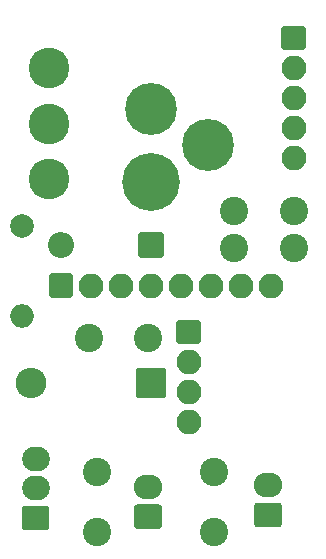
<source format=gbr>
G04 #@! TF.GenerationSoftware,KiCad,Pcbnew,5.1.10-1.fc33*
G04 #@! TF.CreationDate,2021-05-23T00:59:55+02:00*
G04 #@! TF.ProjectId,Omega_DC-DC_adaptor_1.5,4f6d6567-615f-4444-932d-44435f616461,rev?*
G04 #@! TF.SameCoordinates,Original*
G04 #@! TF.FileFunction,Soldermask,Bot*
G04 #@! TF.FilePolarity,Negative*
%FSLAX46Y46*%
G04 Gerber Fmt 4.6, Leading zero omitted, Abs format (unit mm)*
G04 Created by KiCad (PCBNEW 5.1.10-1.fc33) date 2021-05-23 00:59:55*
%MOMM*%
%LPD*%
G01*
G04 APERTURE LIST*
%ADD10O,2.350000X2.100000*%
%ADD11O,2.400000X2.100000*%
%ADD12O,2.000000X2.000000*%
%ADD13C,2.000000*%
%ADD14O,2.600000X2.600000*%
%ADD15O,2.100000X2.100000*%
%ADD16C,2.400000*%
%ADD17O,2.200000X2.200000*%
%ADD18C,3.448000*%
%ADD19C,4.400000*%
%ADD20C,4.900000*%
G04 APERTURE END LIST*
D10*
X195326000Y-157560000D03*
X195326000Y-160060000D03*
G36*
G01*
X196192177Y-163610000D02*
X194459823Y-163610000D01*
G75*
G02*
X194151000Y-163301177I0J308823D01*
G01*
X194151000Y-161818823D01*
G75*
G02*
X194459823Y-161510000I308823J0D01*
G01*
X196192177Y-161510000D01*
G75*
G02*
X196501000Y-161818823I0J-308823D01*
G01*
X196501000Y-163301177D01*
G75*
G02*
X196192177Y-163610000I-308823J0D01*
G01*
G37*
D11*
X204851000Y-159933000D03*
G36*
G01*
X205742177Y-163483000D02*
X203959823Y-163483000D01*
G75*
G02*
X203651000Y-163174177I0J308823D01*
G01*
X203651000Y-161691823D01*
G75*
G02*
X203959823Y-161383000I308823J0D01*
G01*
X205742177Y-161383000D01*
G75*
G02*
X206051000Y-161691823I0J-308823D01*
G01*
X206051000Y-163174177D01*
G75*
G02*
X205742177Y-163483000I-308823J0D01*
G01*
G37*
X215011000Y-159806000D03*
G36*
G01*
X215902177Y-163356000D02*
X214119823Y-163356000D01*
G75*
G02*
X213811000Y-163047177I0J308823D01*
G01*
X213811000Y-161564823D01*
G75*
G02*
X214119823Y-161256000I308823J0D01*
G01*
X215902177Y-161256000D01*
G75*
G02*
X216211000Y-161564823I0J-308823D01*
G01*
X216211000Y-163047177D01*
G75*
G02*
X215902177Y-163356000I-308823J0D01*
G01*
G37*
D12*
X194183000Y-145415000D03*
D13*
X194183000Y-137795000D03*
D14*
X194945000Y-151130000D03*
G36*
G01*
X206405000Y-150030000D02*
X206405000Y-152230000D01*
G75*
G02*
X206205000Y-152430000I-200000J0D01*
G01*
X204005000Y-152430000D01*
G75*
G02*
X203805000Y-152230000I0J200000D01*
G01*
X203805000Y-150030000D01*
G75*
G02*
X204005000Y-149830000I200000J0D01*
G01*
X206205000Y-149830000D01*
G75*
G02*
X206405000Y-150030000I0J-200000D01*
G01*
G37*
D15*
X217170000Y-132080000D03*
X217170000Y-129540000D03*
X217170000Y-127000000D03*
X217170000Y-124460000D03*
G36*
G01*
X216120000Y-122770000D02*
X216120000Y-121070000D01*
G75*
G02*
X216320000Y-120870000I200000J0D01*
G01*
X218020000Y-120870000D01*
G75*
G02*
X218220000Y-121070000I0J-200000D01*
G01*
X218220000Y-122770000D01*
G75*
G02*
X218020000Y-122970000I-200000J0D01*
G01*
X216320000Y-122970000D01*
G75*
G02*
X216120000Y-122770000I0J200000D01*
G01*
G37*
D16*
X212170000Y-139700000D03*
X217170000Y-139700000D03*
X217170000Y-136525000D03*
X212170000Y-136525000D03*
D17*
X197485000Y-139446000D03*
G36*
G01*
X206205000Y-138546000D02*
X206205000Y-140346000D01*
G75*
G02*
X206005000Y-140546000I-200000J0D01*
G01*
X204205000Y-140546000D01*
G75*
G02*
X204005000Y-140346000I0J200000D01*
G01*
X204005000Y-138546000D01*
G75*
G02*
X204205000Y-138346000I200000J0D01*
G01*
X206005000Y-138346000D01*
G75*
G02*
X206205000Y-138546000I0J-200000D01*
G01*
G37*
D18*
X196469000Y-124460000D03*
X196469000Y-129159000D03*
X196469000Y-133858000D03*
D15*
X208280000Y-154432000D03*
X208280000Y-151892000D03*
X208280000Y-149352000D03*
G36*
G01*
X207230000Y-147662000D02*
X207230000Y-145962000D01*
G75*
G02*
X207430000Y-145762000I200000J0D01*
G01*
X209130000Y-145762000D01*
G75*
G02*
X209330000Y-145962000I0J-200000D01*
G01*
X209330000Y-147662000D01*
G75*
G02*
X209130000Y-147862000I-200000J0D01*
G01*
X207430000Y-147862000D01*
G75*
G02*
X207230000Y-147662000I0J200000D01*
G01*
G37*
D16*
X199851000Y-147320000D03*
X204851000Y-147320000D03*
X200533000Y-158703000D03*
X200533000Y-163703000D03*
X210439000Y-158703000D03*
X210439000Y-163703000D03*
D19*
X205105000Y-127952500D03*
D20*
X205105000Y-134152640D03*
D19*
X209905600Y-130952240D03*
G36*
G01*
X198335000Y-143925000D02*
X196635000Y-143925000D01*
G75*
G02*
X196435000Y-143725000I0J200000D01*
G01*
X196435000Y-142025000D01*
G75*
G02*
X196635000Y-141825000I200000J0D01*
G01*
X198335000Y-141825000D01*
G75*
G02*
X198535000Y-142025000I0J-200000D01*
G01*
X198535000Y-143725000D01*
G75*
G02*
X198335000Y-143925000I-200000J0D01*
G01*
G37*
D15*
X200025000Y-142875000D03*
X202565000Y-142875000D03*
X205105000Y-142875000D03*
X207645000Y-142875000D03*
X210185000Y-142875000D03*
X212725000Y-142875000D03*
X215265000Y-142875000D03*
M02*

</source>
